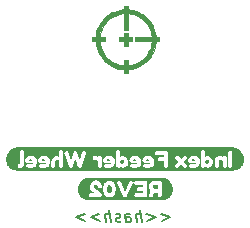
<source format=gbo>
G04 #@! TF.GenerationSoftware,KiCad,Pcbnew,(6.0.5)*
G04 #@! TF.CreationDate,2022-06-02T14:19:20-07:00*
G04 #@! TF.ProjectId,indexingWheel,696e6465-7869-46e6-9757-6865656c2e6b,rev?*
G04 #@! TF.SameCoordinates,Original*
G04 #@! TF.FileFunction,Legend,Bot*
G04 #@! TF.FilePolarity,Positive*
%FSLAX46Y46*%
G04 Gerber Fmt 4.6, Leading zero omitted, Abs format (unit mm)*
G04 Created by KiCad (PCBNEW (6.0.5)) date 2022-06-02 14:19:20*
%MOMM*%
%LPD*%
G01*
G04 APERTURE LIST*
%ADD10C,0.150000*%
%ADD11C,0.010000*%
G04 APERTURE END LIST*
D10*
X156142292Y-107187795D02*
X156939911Y-107473509D01*
X156213721Y-107759223D01*
X154904197Y-107187795D02*
X155701816Y-107473509D01*
X154975625Y-107759223D01*
X154511340Y-107854461D02*
X154386340Y-106854461D01*
X154082768Y-107854461D02*
X154017292Y-107330652D01*
X154053006Y-107235414D01*
X154142292Y-107187795D01*
X154285149Y-107187795D01*
X154386340Y-107235414D01*
X154439911Y-107283033D01*
X153178006Y-107854461D02*
X153112530Y-107330652D01*
X153148244Y-107235414D01*
X153237530Y-107187795D01*
X153428006Y-107187795D01*
X153529197Y-107235414D01*
X153172054Y-107806842D02*
X153273244Y-107854461D01*
X153511340Y-107854461D01*
X153600625Y-107806842D01*
X153636340Y-107711604D01*
X153624435Y-107616366D01*
X153564911Y-107521128D01*
X153463721Y-107473509D01*
X153225625Y-107473509D01*
X153124435Y-107425890D01*
X152743483Y-107806842D02*
X152654197Y-107854461D01*
X152463721Y-107854461D01*
X152362530Y-107806842D01*
X152303006Y-107711604D01*
X152297054Y-107663985D01*
X152332768Y-107568747D01*
X152422054Y-107521128D01*
X152564911Y-107521128D01*
X152654197Y-107473509D01*
X152689911Y-107378271D01*
X152683959Y-107330652D01*
X152624435Y-107235414D01*
X152523244Y-107187795D01*
X152380387Y-107187795D01*
X152291102Y-107235414D01*
X151892292Y-107854461D02*
X151767292Y-106854461D01*
X151463721Y-107854461D02*
X151398244Y-107330652D01*
X151433959Y-107235414D01*
X151523244Y-107187795D01*
X151666102Y-107187795D01*
X151767292Y-107235414D01*
X151820863Y-107283033D01*
X150904197Y-107187795D02*
X150178006Y-107473509D01*
X150975625Y-107759223D01*
X149666102Y-107187795D02*
X148939911Y-107473509D01*
X149737530Y-107759223D01*
G36*
X155989191Y-92581414D02*
G01*
X155696756Y-92581414D01*
X155687070Y-92675950D01*
X155670946Y-92801301D01*
X155616837Y-93058547D01*
X155534808Y-93312100D01*
X155424808Y-93562136D01*
X155407656Y-93596061D01*
X155332060Y-93734497D01*
X155253269Y-93858794D01*
X155166041Y-93976130D01*
X155065133Y-94093684D01*
X154945301Y-94218635D01*
X154916093Y-94247595D01*
X154793438Y-94362700D01*
X154676560Y-94460063D01*
X154558281Y-94544929D01*
X154431421Y-94622541D01*
X154288803Y-94698142D01*
X154168726Y-94754651D01*
X153917018Y-94851164D01*
X153661707Y-94919730D01*
X153402617Y-94960404D01*
X153308080Y-94970089D01*
X153308080Y-95262525D01*
X152983525Y-95262525D01*
X152983525Y-94970089D01*
X152888989Y-94960404D01*
X152763638Y-94944280D01*
X152506392Y-94890170D01*
X152252839Y-94808142D01*
X152002803Y-94698142D01*
X151968878Y-94680990D01*
X151830442Y-94605393D01*
X151706145Y-94526603D01*
X151588809Y-94439375D01*
X151471255Y-94338467D01*
X151346304Y-94218635D01*
X151317344Y-94189426D01*
X151202239Y-94066772D01*
X151104876Y-93949894D01*
X151020010Y-93831615D01*
X150942398Y-93704755D01*
X150866797Y-93562136D01*
X150804622Y-93429289D01*
X150711381Y-93183114D01*
X150645199Y-92933090D01*
X150605323Y-92676664D01*
X150595459Y-92581414D01*
X150933516Y-92581414D01*
X150943223Y-92676664D01*
X150968034Y-92843407D01*
X151023951Y-93063889D01*
X151104719Y-93281954D01*
X151208621Y-93493732D01*
X151333936Y-93695351D01*
X151478946Y-93882939D01*
X151497395Y-93904045D01*
X151655825Y-94062726D01*
X151834427Y-94206227D01*
X152029152Y-94332424D01*
X152235949Y-94439195D01*
X152450768Y-94524416D01*
X152669560Y-94585964D01*
X152888275Y-94621716D01*
X152983525Y-94631423D01*
X152983525Y-94133636D01*
X153308080Y-94133636D01*
X153308080Y-94627525D01*
X153360997Y-94625604D01*
X153371145Y-94625206D01*
X153401540Y-94623384D01*
X153432478Y-94619991D01*
X153470738Y-94614006D01*
X153523095Y-94604410D01*
X153596326Y-94590183D01*
X153665412Y-94575187D01*
X153879023Y-94511471D01*
X154089913Y-94423464D01*
X154293401Y-94313885D01*
X154484808Y-94185458D01*
X154659454Y-94040902D01*
X154812659Y-93882939D01*
X154924562Y-93741847D01*
X155054765Y-93543246D01*
X155163969Y-93333556D01*
X155250452Y-93116648D01*
X155312497Y-92896394D01*
X155348382Y-92676664D01*
X155358089Y-92581414D01*
X153943080Y-92581414D01*
X153943080Y-92256859D01*
X155358089Y-92256859D01*
X155348382Y-92161609D01*
X155323571Y-91994865D01*
X155267654Y-91774384D01*
X155186886Y-91556319D01*
X155082984Y-91344541D01*
X154957669Y-91142922D01*
X154812659Y-90955334D01*
X154794210Y-90934228D01*
X154635780Y-90775547D01*
X154457178Y-90632046D01*
X154262453Y-90505848D01*
X154055656Y-90399078D01*
X153840837Y-90313857D01*
X153622045Y-90252309D01*
X153403330Y-90216557D01*
X153308080Y-90206850D01*
X153308080Y-91621859D01*
X152983525Y-91621859D01*
X152983525Y-90206850D01*
X152888275Y-90216557D01*
X152860676Y-90219590D01*
X152641727Y-90258732D01*
X152423215Y-90323400D01*
X152209189Y-90411472D01*
X152003699Y-90520824D01*
X151810795Y-90649334D01*
X151634527Y-90794878D01*
X151478946Y-90955334D01*
X151367044Y-91096426D01*
X151236840Y-91295027D01*
X151127636Y-91504717D01*
X151041153Y-91721625D01*
X150979109Y-91941879D01*
X150943223Y-92161609D01*
X150933516Y-92256859D01*
X151431303Y-92256859D01*
X151431303Y-92581414D01*
X150933516Y-92581414D01*
X150595459Y-92581414D01*
X150302414Y-92581414D01*
X150302414Y-92256859D01*
X150594850Y-92256859D01*
X150604535Y-92162322D01*
X150620659Y-92036972D01*
X150674769Y-91779725D01*
X150756797Y-91526173D01*
X150866797Y-91276136D01*
X150883949Y-91242211D01*
X150959546Y-91103775D01*
X151038336Y-90979479D01*
X151125564Y-90862143D01*
X151226472Y-90744589D01*
X151346304Y-90619638D01*
X151375513Y-90590678D01*
X151498167Y-90475573D01*
X151615045Y-90378210D01*
X151733324Y-90293343D01*
X151860184Y-90215732D01*
X152002803Y-90140131D01*
X152122879Y-90083621D01*
X152374588Y-89987109D01*
X152629898Y-89918542D01*
X152888989Y-89877869D01*
X152983525Y-89868183D01*
X152983525Y-89575748D01*
X153308080Y-89575748D01*
X153308080Y-89868183D01*
X153402617Y-89877869D01*
X153527967Y-89893993D01*
X153785214Y-89948102D01*
X154038766Y-90030131D01*
X154288803Y-90140131D01*
X154322728Y-90157283D01*
X154461164Y-90232879D01*
X154585460Y-90311670D01*
X154702796Y-90398898D01*
X154820350Y-90499806D01*
X154945301Y-90619638D01*
X154974261Y-90648846D01*
X155089366Y-90771501D01*
X155186729Y-90888379D01*
X155271596Y-91006658D01*
X155349207Y-91133518D01*
X155424808Y-91276136D01*
X155481318Y-91396213D01*
X155577830Y-91647921D01*
X155646397Y-91903232D01*
X155687070Y-92162322D01*
X155696756Y-92256859D01*
X155989191Y-92256859D01*
X155989191Y-92581414D01*
G37*
D11*
X155989191Y-92581414D02*
X155696756Y-92581414D01*
X155687070Y-92675950D01*
X155670946Y-92801301D01*
X155616837Y-93058547D01*
X155534808Y-93312100D01*
X155424808Y-93562136D01*
X155407656Y-93596061D01*
X155332060Y-93734497D01*
X155253269Y-93858794D01*
X155166041Y-93976130D01*
X155065133Y-94093684D01*
X154945301Y-94218635D01*
X154916093Y-94247595D01*
X154793438Y-94362700D01*
X154676560Y-94460063D01*
X154558281Y-94544929D01*
X154431421Y-94622541D01*
X154288803Y-94698142D01*
X154168726Y-94754651D01*
X153917018Y-94851164D01*
X153661707Y-94919730D01*
X153402617Y-94960404D01*
X153308080Y-94970089D01*
X153308080Y-95262525D01*
X152983525Y-95262525D01*
X152983525Y-94970089D01*
X152888989Y-94960404D01*
X152763638Y-94944280D01*
X152506392Y-94890170D01*
X152252839Y-94808142D01*
X152002803Y-94698142D01*
X151968878Y-94680990D01*
X151830442Y-94605393D01*
X151706145Y-94526603D01*
X151588809Y-94439375D01*
X151471255Y-94338467D01*
X151346304Y-94218635D01*
X151317344Y-94189426D01*
X151202239Y-94066772D01*
X151104876Y-93949894D01*
X151020010Y-93831615D01*
X150942398Y-93704755D01*
X150866797Y-93562136D01*
X150804622Y-93429289D01*
X150711381Y-93183114D01*
X150645199Y-92933090D01*
X150605323Y-92676664D01*
X150595459Y-92581414D01*
X150933516Y-92581414D01*
X150943223Y-92676664D01*
X150968034Y-92843407D01*
X151023951Y-93063889D01*
X151104719Y-93281954D01*
X151208621Y-93493732D01*
X151333936Y-93695351D01*
X151478946Y-93882939D01*
X151497395Y-93904045D01*
X151655825Y-94062726D01*
X151834427Y-94206227D01*
X152029152Y-94332424D01*
X152235949Y-94439195D01*
X152450768Y-94524416D01*
X152669560Y-94585964D01*
X152888275Y-94621716D01*
X152983525Y-94631423D01*
X152983525Y-94133636D01*
X153308080Y-94133636D01*
X153308080Y-94627525D01*
X153360997Y-94625604D01*
X153371145Y-94625206D01*
X153401540Y-94623384D01*
X153432478Y-94619991D01*
X153470738Y-94614006D01*
X153523095Y-94604410D01*
X153596326Y-94590183D01*
X153665412Y-94575187D01*
X153879023Y-94511471D01*
X154089913Y-94423464D01*
X154293401Y-94313885D01*
X154484808Y-94185458D01*
X154659454Y-94040902D01*
X154812659Y-93882939D01*
X154924562Y-93741847D01*
X155054765Y-93543246D01*
X155163969Y-93333556D01*
X155250452Y-93116648D01*
X155312497Y-92896394D01*
X155348382Y-92676664D01*
X155358089Y-92581414D01*
X153943080Y-92581414D01*
X153943080Y-92256859D01*
X155358089Y-92256859D01*
X155348382Y-92161609D01*
X155323571Y-91994865D01*
X155267654Y-91774384D01*
X155186886Y-91556319D01*
X155082984Y-91344541D01*
X154957669Y-91142922D01*
X154812659Y-90955334D01*
X154794210Y-90934228D01*
X154635780Y-90775547D01*
X154457178Y-90632046D01*
X154262453Y-90505848D01*
X154055656Y-90399078D01*
X153840837Y-90313857D01*
X153622045Y-90252309D01*
X153403330Y-90216557D01*
X153308080Y-90206850D01*
X153308080Y-91621859D01*
X152983525Y-91621859D01*
X152983525Y-90206850D01*
X152888275Y-90216557D01*
X152860676Y-90219590D01*
X152641727Y-90258732D01*
X152423215Y-90323400D01*
X152209189Y-90411472D01*
X152003699Y-90520824D01*
X151810795Y-90649334D01*
X151634527Y-90794878D01*
X151478946Y-90955334D01*
X151367044Y-91096426D01*
X151236840Y-91295027D01*
X151127636Y-91504717D01*
X151041153Y-91721625D01*
X150979109Y-91941879D01*
X150943223Y-92161609D01*
X150933516Y-92256859D01*
X151431303Y-92256859D01*
X151431303Y-92581414D01*
X150933516Y-92581414D01*
X150595459Y-92581414D01*
X150302414Y-92581414D01*
X150302414Y-92256859D01*
X150594850Y-92256859D01*
X150604535Y-92162322D01*
X150620659Y-92036972D01*
X150674769Y-91779725D01*
X150756797Y-91526173D01*
X150866797Y-91276136D01*
X150883949Y-91242211D01*
X150959546Y-91103775D01*
X151038336Y-90979479D01*
X151125564Y-90862143D01*
X151226472Y-90744589D01*
X151346304Y-90619638D01*
X151375513Y-90590678D01*
X151498167Y-90475573D01*
X151615045Y-90378210D01*
X151733324Y-90293343D01*
X151860184Y-90215732D01*
X152002803Y-90140131D01*
X152122879Y-90083621D01*
X152374588Y-89987109D01*
X152629898Y-89918542D01*
X152888989Y-89877869D01*
X152983525Y-89868183D01*
X152983525Y-89575748D01*
X153308080Y-89575748D01*
X153308080Y-89868183D01*
X153402617Y-89877869D01*
X153527967Y-89893993D01*
X153785214Y-89948102D01*
X154038766Y-90030131D01*
X154288803Y-90140131D01*
X154322728Y-90157283D01*
X154461164Y-90232879D01*
X154585460Y-90311670D01*
X154702796Y-90398898D01*
X154820350Y-90499806D01*
X154945301Y-90619638D01*
X154974261Y-90648846D01*
X155089366Y-90771501D01*
X155186729Y-90888379D01*
X155271596Y-91006658D01*
X155349207Y-91133518D01*
X155424808Y-91276136D01*
X155481318Y-91396213D01*
X155577830Y-91647921D01*
X155646397Y-91903232D01*
X155687070Y-92162322D01*
X155696756Y-92256859D01*
X155989191Y-92256859D01*
X155989191Y-92581414D01*
G36*
X153311187Y-92069886D02*
G01*
X153315136Y-92249803D01*
X153495053Y-92253752D01*
X153674969Y-92257702D01*
X153674969Y-92580571D01*
X153495053Y-92584520D01*
X153315136Y-92588470D01*
X153311187Y-92768386D01*
X153307237Y-92948303D01*
X152984368Y-92948303D01*
X152980419Y-92768386D01*
X152976469Y-92588470D01*
X152796553Y-92584520D01*
X152616636Y-92580571D01*
X152616636Y-92257702D01*
X152796553Y-92253752D01*
X152976469Y-92249803D01*
X152980419Y-92069886D01*
X152984368Y-91889970D01*
X153307237Y-91889970D01*
X153311187Y-92069886D01*
G37*
X153311187Y-92069886D02*
X153315136Y-92249803D01*
X153495053Y-92253752D01*
X153674969Y-92257702D01*
X153674969Y-92580571D01*
X153495053Y-92584520D01*
X153315136Y-92588470D01*
X153311187Y-92768386D01*
X153307237Y-92948303D01*
X152984368Y-92948303D01*
X152980419Y-92768386D01*
X152976469Y-92588470D01*
X152796553Y-92584520D01*
X152616636Y-92580571D01*
X152616636Y-92257702D01*
X152796553Y-92253752D01*
X152976469Y-92249803D01*
X152980419Y-92069886D01*
X152984368Y-91889970D01*
X153307237Y-91889970D01*
X153311187Y-92069886D01*
G36*
X151820318Y-102604469D02*
G01*
X151881278Y-102712101D01*
X151641248Y-102712101D01*
X151568858Y-102651141D01*
X151602195Y-102580656D01*
X151697445Y-102553986D01*
X151820318Y-102604469D01*
G37*
G36*
X162276776Y-101568147D02*
G01*
X162372751Y-101582383D01*
X162466870Y-101605959D01*
X162558224Y-101638646D01*
X162645934Y-101680130D01*
X162729156Y-101730011D01*
X162807088Y-101787809D01*
X162878980Y-101852968D01*
X162944138Y-101924860D01*
X163001936Y-102002791D01*
X163051818Y-102086013D01*
X163093302Y-102173724D01*
X163125989Y-102265078D01*
X163149564Y-102359196D01*
X163163801Y-102455172D01*
X163168562Y-102552081D01*
X163163801Y-102648990D01*
X163149564Y-102744966D01*
X163125989Y-102839084D01*
X163093302Y-102930438D01*
X163051818Y-103018149D01*
X163001936Y-103101371D01*
X162944138Y-103179302D01*
X162878980Y-103251194D01*
X162807088Y-103316353D01*
X162729156Y-103374151D01*
X162645934Y-103424032D01*
X162558224Y-103465516D01*
X162466870Y-103498203D01*
X162372751Y-103521779D01*
X162276776Y-103536015D01*
X162179867Y-103540776D01*
X144005849Y-103540776D01*
X143908940Y-103536015D01*
X143812964Y-103521778D01*
X143718846Y-103498203D01*
X143627492Y-103465516D01*
X143539782Y-103424032D01*
X143456560Y-103374151D01*
X143378628Y-103316352D01*
X143306736Y-103251194D01*
X143241578Y-103179302D01*
X143191775Y-103112151D01*
X144006008Y-103112151D01*
X144015533Y-103208830D01*
X144044108Y-103258836D01*
X144127928Y-103278839D01*
X144280328Y-103270266D01*
X144401295Y-103236452D01*
X144470828Y-103173111D01*
X144510833Y-103052143D01*
X144524168Y-102875931D01*
X144524168Y-102655904D01*
X144647993Y-102655904D01*
X144662519Y-102757821D01*
X144706095Y-102829259D01*
X144834683Y-102885456D01*
X145286168Y-102885456D01*
X145223303Y-102974991D01*
X145097573Y-103011186D01*
X144998989Y-103005471D01*
X144924218Y-102988326D01*
X144903263Y-102980706D01*
X144827063Y-102959751D01*
X144722288Y-103045476D01*
X144697523Y-103133106D01*
X144722883Y-103207282D01*
X144798964Y-103260265D01*
X144925766Y-103292054D01*
X145103288Y-103302651D01*
X145236400Y-103290507D01*
X145353795Y-103254074D01*
X145451189Y-103197638D01*
X145524293Y-103125486D01*
X145590968Y-103018594D01*
X145630973Y-102903659D01*
X145644308Y-102780681D01*
X145629894Y-102655904D01*
X145739558Y-102655904D01*
X145754084Y-102757821D01*
X145797660Y-102829259D01*
X145926248Y-102885456D01*
X146377733Y-102885456D01*
X146314868Y-102974991D01*
X146189138Y-103011186D01*
X146090554Y-103005471D01*
X146015783Y-102988326D01*
X145994828Y-102980706D01*
X145918628Y-102959751D01*
X145813853Y-103045476D01*
X145789088Y-103133106D01*
X145814448Y-103207282D01*
X145890529Y-103260265D01*
X146017331Y-103292054D01*
X146194853Y-103302651D01*
X146327965Y-103290507D01*
X146445360Y-103254074D01*
X146542754Y-103197638D01*
X146615858Y-103125486D01*
X146624176Y-103112151D01*
X146859698Y-103112151D01*
X146862555Y-103177874D01*
X146880653Y-103228356D01*
X146929707Y-103265504D01*
X147027338Y-103277886D01*
X147121635Y-103265504D01*
X147172118Y-103228356D01*
X147190215Y-103176921D01*
X147193073Y-103108341D01*
X147193073Y-102774966D01*
X147236888Y-102653046D01*
X147348330Y-102609231D01*
X147467393Y-102650189D01*
X147526448Y-102742581D01*
X147526448Y-103112151D01*
X147529305Y-103177874D01*
X147547403Y-103228356D01*
X147596457Y-103265504D01*
X147694088Y-103277886D01*
X147790767Y-103265027D01*
X147840773Y-103226451D01*
X147856965Y-103176921D01*
X147859823Y-103110246D01*
X147859823Y-102011061D01*
X147964598Y-102011061D01*
X147987458Y-102104406D01*
X148353218Y-103161681D01*
X148366553Y-103194066D01*
X148417035Y-103244549D01*
X148514190Y-103275981D01*
X148611345Y-103244549D01*
X148665638Y-103182636D01*
X148888523Y-102525411D01*
X148964799Y-102750811D01*
X149024464Y-102927137D01*
X149067517Y-103054391D01*
X149093958Y-103132573D01*
X149103788Y-103161681D01*
X149120933Y-103194066D01*
X149151413Y-103232166D01*
X149256188Y-103275981D01*
X149356200Y-103247406D01*
X149408588Y-103190256D01*
X149421923Y-103161681D01*
X149682270Y-102413016D01*
X150349658Y-102413016D01*
X150385853Y-102546366D01*
X150490628Y-102618756D01*
X150556350Y-102603516D01*
X150639218Y-102588276D01*
X150735420Y-102624471D01*
X150780188Y-102712101D01*
X150780188Y-103112151D01*
X150783045Y-103177874D01*
X150801143Y-103228356D01*
X150852578Y-103265504D01*
X150949733Y-103277886D01*
X151081178Y-103245501D01*
X151115468Y-103163586D01*
X151115468Y-102655904D01*
X151239293Y-102655904D01*
X151253819Y-102757821D01*
X151297395Y-102829259D01*
X151425983Y-102885456D01*
X151877468Y-102885456D01*
X151814603Y-102974991D01*
X151688873Y-103011186D01*
X151590289Y-103005471D01*
X151515518Y-102988326D01*
X151494563Y-102980706D01*
X151418363Y-102959751D01*
X151313588Y-103045476D01*
X151288823Y-103133106D01*
X151314183Y-103207282D01*
X151390264Y-103260265D01*
X151517066Y-103292054D01*
X151694588Y-103302651D01*
X151827700Y-103290507D01*
X151945095Y-103254074D01*
X152042489Y-103197638D01*
X152115593Y-103125486D01*
X152182268Y-103018594D01*
X152222273Y-102903659D01*
X152235608Y-102780681D01*
X152218357Y-102631350D01*
X152166605Y-102503398D01*
X152080350Y-102396823D01*
X151968273Y-102316919D01*
X151839050Y-102268977D01*
X151692683Y-102252996D01*
X151569096Y-102264664D01*
X151463130Y-102299669D01*
X151374786Y-102358009D01*
X151304063Y-102439686D01*
X151255485Y-102543270D01*
X151239293Y-102655904D01*
X151115468Y-102655904D01*
X151115468Y-102439686D01*
X151112610Y-102373963D01*
X151096418Y-102325386D01*
X151045935Y-102286810D01*
X150947828Y-102273951D01*
X150854959Y-102284905D01*
X150804953Y-102317766D01*
X150783998Y-102380631D01*
X150756375Y-102348246D01*
X150679223Y-102296811D01*
X150575400Y-102264426D01*
X150500153Y-102269188D01*
X150433478Y-102285381D01*
X150373470Y-102324433D01*
X150349658Y-102413016D01*
X149682270Y-102413016D01*
X149789588Y-102104406D01*
X149810543Y-102011061D01*
X149792692Y-101972961D01*
X152359433Y-101972961D01*
X152359433Y-103110246D01*
X152362290Y-103175969D01*
X152380388Y-103224546D01*
X152434919Y-103263122D01*
X152541360Y-103275981D01*
X152644469Y-103252645D01*
X152688998Y-103182636D01*
X152784724Y-103251216D01*
X152911883Y-103274076D01*
X153022796Y-103257460D01*
X153126936Y-103207613D01*
X153224303Y-103124534D01*
X153302620Y-103019335D01*
X153349610Y-102903130D01*
X153365273Y-102775919D01*
X153350409Y-102655904D01*
X153470048Y-102655904D01*
X153484574Y-102757821D01*
X153528150Y-102829259D01*
X153656738Y-102885456D01*
X154108223Y-102885456D01*
X154045358Y-102974991D01*
X153919628Y-103011186D01*
X153821044Y-103005471D01*
X153746273Y-102988326D01*
X153725318Y-102980706D01*
X153649118Y-102959751D01*
X153544343Y-103045476D01*
X153519578Y-103133106D01*
X153544938Y-103207282D01*
X153621019Y-103260265D01*
X153747821Y-103292054D01*
X153925343Y-103302651D01*
X154058455Y-103290507D01*
X154175850Y-103254074D01*
X154273244Y-103197638D01*
X154346348Y-103125486D01*
X154413023Y-103018594D01*
X154453028Y-102903659D01*
X154466363Y-102780681D01*
X154451949Y-102655904D01*
X154561613Y-102655904D01*
X154576139Y-102757821D01*
X154619715Y-102829259D01*
X154748303Y-102885456D01*
X155199788Y-102885456D01*
X155136923Y-102974991D01*
X155011193Y-103011186D01*
X154912609Y-103005471D01*
X154837838Y-102988326D01*
X154816883Y-102980706D01*
X154740683Y-102959751D01*
X154635908Y-103045476D01*
X154611143Y-103133106D01*
X154636503Y-103207282D01*
X154712584Y-103260265D01*
X154839386Y-103292054D01*
X155016908Y-103302651D01*
X155150020Y-103290507D01*
X155267415Y-103254074D01*
X155364809Y-103197638D01*
X155437913Y-103125486D01*
X155504588Y-103018594D01*
X155544593Y-102903659D01*
X155557928Y-102780681D01*
X155540677Y-102631350D01*
X155488925Y-102503398D01*
X155402670Y-102396823D01*
X155290593Y-102316919D01*
X155161370Y-102268977D01*
X155015003Y-102252996D01*
X154891416Y-102264664D01*
X154785450Y-102299669D01*
X154697106Y-102358009D01*
X154626383Y-102439686D01*
X154577805Y-102543270D01*
X154561613Y-102655904D01*
X154451949Y-102655904D01*
X154449112Y-102631350D01*
X154397360Y-102503398D01*
X154311105Y-102396823D01*
X154199028Y-102316919D01*
X154069805Y-102268977D01*
X153923438Y-102252996D01*
X153799851Y-102264664D01*
X153693885Y-102299669D01*
X153605541Y-102358009D01*
X153534818Y-102439686D01*
X153486240Y-102543270D01*
X153470048Y-102655904D01*
X153350409Y-102655904D01*
X153349504Y-102648601D01*
X153302196Y-102532078D01*
X153223350Y-102426351D01*
X153125666Y-102342743D01*
X153021844Y-102292578D01*
X152911883Y-102275856D01*
X152786629Y-102299669D01*
X152692808Y-102371106D01*
X152692808Y-102051066D01*
X155653178Y-102051066D01*
X155664608Y-102148221D01*
X155704613Y-102198703D01*
X155755095Y-102215848D01*
X155822723Y-102218706D01*
X156405653Y-102218706D01*
X156405653Y-102411111D01*
X156030368Y-102411111D01*
X155962740Y-102413968D01*
X155912258Y-102432066D01*
X155875110Y-102483977D01*
X155862728Y-102582561D01*
X155880825Y-102688765D01*
X155935118Y-102740676D01*
X156032273Y-102750201D01*
X156405653Y-102750201D01*
X156405653Y-103110246D01*
X156408510Y-103176921D01*
X156426608Y-103226451D01*
X156477090Y-103265027D01*
X156575198Y-103277886D01*
X156680925Y-103259789D01*
X156731408Y-103205496D01*
X156742838Y-103108341D01*
X156742838Y-103105484D01*
X157329578Y-103105484D01*
X157398158Y-103221689D01*
X157514363Y-103289316D01*
X157630568Y-103220736D01*
X157840118Y-103009281D01*
X158051573Y-103220736D01*
X158166825Y-103289316D01*
X158283030Y-103221689D01*
X158352563Y-103105484D01*
X158283983Y-102988326D01*
X158072528Y-102774966D01*
X158190527Y-102655904D01*
X158428763Y-102655904D01*
X158443289Y-102757821D01*
X158486865Y-102829259D01*
X158615453Y-102885456D01*
X159066938Y-102885456D01*
X159004073Y-102974991D01*
X158878343Y-103011186D01*
X158779759Y-103005471D01*
X158704988Y-102988326D01*
X158684033Y-102980706D01*
X158607833Y-102959751D01*
X158503058Y-103045476D01*
X158478293Y-103133106D01*
X158503653Y-103207282D01*
X158579734Y-103260265D01*
X158706536Y-103292054D01*
X158884058Y-103302651D01*
X159017170Y-103290507D01*
X159134565Y-103254074D01*
X159231959Y-103197638D01*
X159305063Y-103125486D01*
X159314569Y-103110246D01*
X159548903Y-103110246D01*
X159551760Y-103175969D01*
X159569858Y-103224546D01*
X159624389Y-103263122D01*
X159730830Y-103275981D01*
X159833939Y-103252645D01*
X159878468Y-103182636D01*
X159974194Y-103251216D01*
X160101353Y-103274076D01*
X160212266Y-103257460D01*
X160316406Y-103207613D01*
X160413773Y-103124534D01*
X160424410Y-103110246D01*
X160688093Y-103110246D01*
X160690950Y-103175969D01*
X160707143Y-103224546D01*
X160757625Y-103263122D01*
X160855733Y-103275981D01*
X160962413Y-103258360D01*
X161011943Y-103205496D01*
X161023373Y-103108341D01*
X161023373Y-102773061D01*
X161068140Y-102651141D01*
X161188155Y-102607326D01*
X161310075Y-102653046D01*
X161356748Y-102773061D01*
X161356748Y-103110246D01*
X161359605Y-103175969D01*
X161377703Y-103224546D01*
X161426757Y-103263122D01*
X161524388Y-103275981D01*
X161621067Y-103263122D01*
X161671073Y-103224546D01*
X161687265Y-103174064D01*
X161690040Y-103110246D01*
X161842523Y-103110246D01*
X161845380Y-103176921D01*
X161863478Y-103226451D01*
X161913960Y-103265027D01*
X162012068Y-103277886D01*
X162117795Y-103259789D01*
X162168278Y-103205496D01*
X162179708Y-103108341D01*
X162179708Y-102049161D01*
X162176850Y-101983438D01*
X162158753Y-101932956D01*
X162108270Y-101894380D01*
X162010163Y-101881521D01*
X161903959Y-101899142D01*
X161852048Y-101952006D01*
X161842523Y-102051066D01*
X161842523Y-103110246D01*
X161690040Y-103110246D01*
X161690123Y-103108341D01*
X161690123Y-102433971D01*
X161687265Y-102370153D01*
X161669168Y-102321576D01*
X161619162Y-102285857D01*
X161522483Y-102273951D01*
X161428662Y-102284905D01*
X161379608Y-102317766D01*
X161360558Y-102395871D01*
X161326268Y-102357771D01*
X161274833Y-102317766D01*
X161131958Y-102273951D01*
X161012049Y-102290143D01*
X160906321Y-102338721D01*
X160814775Y-102419683D01*
X160744396Y-102523929D01*
X160702169Y-102642357D01*
X160688093Y-102774966D01*
X160688093Y-103110246D01*
X160424410Y-103110246D01*
X160492090Y-103019335D01*
X160539080Y-102903130D01*
X160554743Y-102775919D01*
X160538974Y-102648601D01*
X160491666Y-102532078D01*
X160412820Y-102426351D01*
X160315136Y-102342743D01*
X160211314Y-102292578D01*
X160101353Y-102275856D01*
X159976099Y-102299669D01*
X159882278Y-102371106D01*
X159882278Y-101971056D01*
X159879420Y-101905333D01*
X159862275Y-101855803D01*
X159811793Y-101816751D01*
X159715590Y-101805321D01*
X159619388Y-101816751D01*
X159568905Y-101856756D01*
X159551760Y-101907238D01*
X159548903Y-101972961D01*
X159548903Y-103110246D01*
X159314569Y-103110246D01*
X159371738Y-103018594D01*
X159411743Y-102903659D01*
X159425078Y-102780681D01*
X159407827Y-102631350D01*
X159356075Y-102503398D01*
X159269820Y-102396823D01*
X159157743Y-102316919D01*
X159028520Y-102268977D01*
X158882153Y-102252996D01*
X158758566Y-102264664D01*
X158652600Y-102299669D01*
X158564256Y-102358009D01*
X158493533Y-102439686D01*
X158444955Y-102543270D01*
X158428763Y-102655904D01*
X158190527Y-102655904D01*
X158283983Y-102561606D01*
X158352563Y-102444448D01*
X158283030Y-102327291D01*
X158166825Y-102258711D01*
X158051573Y-102327291D01*
X157840118Y-102540651D01*
X157630568Y-102327291D01*
X157514363Y-102258711D01*
X157398158Y-102327291D01*
X157329578Y-102444448D01*
X157398158Y-102561606D01*
X157609613Y-102774966D01*
X157398158Y-102988326D01*
X157329578Y-103105484D01*
X156742838Y-103105484D01*
X156742838Y-102049161D01*
X156706643Y-101916763D01*
X156569483Y-101881521D01*
X155818913Y-101881521D01*
X155753190Y-101884378D01*
X155703660Y-101902476D01*
X155664608Y-101953911D01*
X155653178Y-102051066D01*
X152692808Y-102051066D01*
X152692808Y-101971056D01*
X152689950Y-101905333D01*
X152672805Y-101855803D01*
X152622323Y-101816751D01*
X152526120Y-101805321D01*
X152429918Y-101816751D01*
X152379435Y-101856756D01*
X152362290Y-101907238D01*
X152359433Y-101972961D01*
X149792692Y-101972961D01*
X149778634Y-101942957D01*
X149682908Y-101891046D01*
X149582895Y-101871996D01*
X149514315Y-101902476D01*
X149471453Y-101995821D01*
X149261903Y-102632091D01*
X149054258Y-102005346D01*
X149016634Y-101937718D01*
X148957103Y-101894856D01*
X148878045Y-101881521D01*
X148787558Y-101912953D01*
X148734218Y-101974866D01*
X148515143Y-102635901D01*
X148305593Y-101995821D01*
X148280828Y-101931051D01*
X148245585Y-101890093D01*
X148181768Y-101870091D01*
X148092233Y-101889141D01*
X147996507Y-101942481D01*
X147964598Y-102011061D01*
X147859823Y-102011061D01*
X147859823Y-101971056D01*
X147856965Y-101905333D01*
X147840773Y-101856756D01*
X147790290Y-101818180D01*
X147692183Y-101805321D01*
X147595980Y-101818180D01*
X147547403Y-101856756D01*
X147529305Y-101907238D01*
X147526448Y-101972961D01*
X147526448Y-102393966D01*
X147423102Y-102306812D01*
X147303563Y-102277761D01*
X147183654Y-102293848D01*
X147077926Y-102342108D01*
X146986380Y-102422541D01*
X146916001Y-102526258D01*
X146873774Y-102644368D01*
X146859698Y-102776871D01*
X146859698Y-103112151D01*
X146624176Y-103112151D01*
X146682533Y-103018594D01*
X146722538Y-102903659D01*
X146735873Y-102780681D01*
X146718622Y-102631350D01*
X146666870Y-102503398D01*
X146580615Y-102396823D01*
X146468538Y-102316919D01*
X146339315Y-102268977D01*
X146192948Y-102252996D01*
X146069361Y-102264664D01*
X145963395Y-102299669D01*
X145875051Y-102358009D01*
X145804328Y-102439686D01*
X145755750Y-102543270D01*
X145739558Y-102655904D01*
X145629894Y-102655904D01*
X145627057Y-102631350D01*
X145575305Y-102503398D01*
X145489050Y-102396823D01*
X145376973Y-102316919D01*
X145247750Y-102268977D01*
X145101383Y-102252996D01*
X144977796Y-102264664D01*
X144871830Y-102299669D01*
X144783486Y-102358009D01*
X144712763Y-102439686D01*
X144664185Y-102543270D01*
X144647993Y-102655904D01*
X144524168Y-102655904D01*
X144524168Y-101969151D01*
X144521310Y-101903428D01*
X144505118Y-101852946D01*
X144454635Y-101814370D01*
X144356528Y-101801511D01*
X144262230Y-101814370D01*
X144211748Y-101852946D01*
X144193650Y-101904381D01*
X144190793Y-101971056D01*
X144190793Y-102853071D01*
X144179363Y-102939749D01*
X144128880Y-102957846D01*
X144076493Y-102960704D01*
X144044108Y-102976896D01*
X144006008Y-103112151D01*
X143191775Y-103112151D01*
X143183779Y-103101370D01*
X143133898Y-103018149D01*
X143092414Y-102930438D01*
X143059727Y-102839084D01*
X143036152Y-102744966D01*
X143021915Y-102648990D01*
X143017154Y-102552081D01*
X143021915Y-102455172D01*
X143036152Y-102359196D01*
X143059727Y-102265078D01*
X143092414Y-102173724D01*
X143133898Y-102086013D01*
X143183779Y-102002792D01*
X143241578Y-101924860D01*
X143306736Y-101852968D01*
X143378628Y-101787810D01*
X143456560Y-101730011D01*
X143539782Y-101680130D01*
X143627492Y-101638646D01*
X143718846Y-101605959D01*
X143812964Y-101582384D01*
X143908940Y-101568147D01*
X144005849Y-101563386D01*
X162179867Y-101563386D01*
X162276776Y-101568147D01*
G37*
G36*
X152986178Y-102661619D02*
G01*
X153031898Y-102776871D01*
X152982368Y-102891171D01*
X152862353Y-102942606D01*
X152745195Y-102891171D01*
X152698523Y-102777824D01*
X152743290Y-102662571D01*
X152864258Y-102609231D01*
X152986178Y-102661619D01*
G37*
G36*
X145229018Y-102604469D02*
G01*
X145289978Y-102712101D01*
X145049948Y-102712101D01*
X144977558Y-102651141D01*
X145010895Y-102580656D01*
X145106145Y-102553986D01*
X145229018Y-102604469D01*
G37*
G36*
X146320583Y-102604469D02*
G01*
X146381543Y-102712101D01*
X146141513Y-102712101D01*
X146069123Y-102651141D01*
X146102460Y-102580656D01*
X146197710Y-102553986D01*
X146320583Y-102604469D01*
G37*
G36*
X159009788Y-102604469D02*
G01*
X159070748Y-102712101D01*
X158830718Y-102712101D01*
X158758328Y-102651141D01*
X158791665Y-102580656D01*
X158886915Y-102553986D01*
X159009788Y-102604469D01*
G37*
G36*
X154051073Y-102604469D02*
G01*
X154112033Y-102712101D01*
X153872003Y-102712101D01*
X153799613Y-102651141D01*
X153832950Y-102580656D01*
X153928200Y-102553986D01*
X154051073Y-102604469D01*
G37*
G36*
X160175648Y-102661619D02*
G01*
X160221368Y-102776871D01*
X160171838Y-102891171D01*
X160051823Y-102942606D01*
X159934665Y-102891171D01*
X159887993Y-102777824D01*
X159932760Y-102662571D01*
X160053728Y-102609231D01*
X160175648Y-102661619D01*
G37*
G36*
X155142638Y-102604469D02*
G01*
X155203598Y-102712101D01*
X154963568Y-102712101D01*
X154891178Y-102651141D01*
X154924515Y-102580656D01*
X155019765Y-102553986D01*
X155142638Y-102604469D01*
G37*
G36*
X156278460Y-104126584D02*
G01*
X156371662Y-104140409D01*
X156463060Y-104163303D01*
X156551774Y-104195046D01*
X156636949Y-104235331D01*
X156717766Y-104283770D01*
X156793445Y-104339898D01*
X156863259Y-104403174D01*
X156926535Y-104472987D01*
X156982662Y-104548667D01*
X157031102Y-104629484D01*
X157071387Y-104714659D01*
X157103129Y-104803373D01*
X157126023Y-104894771D01*
X157139849Y-104987973D01*
X157144472Y-105082081D01*
X157139849Y-105176189D01*
X157126023Y-105269391D01*
X157103129Y-105360789D01*
X157071387Y-105449503D01*
X157031102Y-105534678D01*
X156982662Y-105615495D01*
X156926535Y-105691175D01*
X156863259Y-105760988D01*
X156793445Y-105824264D01*
X156717766Y-105880392D01*
X156636949Y-105928831D01*
X156551774Y-105969116D01*
X156463060Y-106000859D01*
X156371662Y-106023753D01*
X156278460Y-106037578D01*
X156184352Y-106042201D01*
X150061364Y-106042201D01*
X149967256Y-106037578D01*
X149874054Y-106023753D01*
X149782656Y-106000859D01*
X149693942Y-105969116D01*
X149608767Y-105928831D01*
X149527950Y-105880392D01*
X149452271Y-105824264D01*
X149382457Y-105760988D01*
X149319181Y-105691175D01*
X149263054Y-105615495D01*
X149261333Y-105612624D01*
X150061523Y-105612624D01*
X150073906Y-105708826D01*
X150114863Y-105758356D01*
X150232973Y-105781216D01*
X150977828Y-105781216D01*
X151095938Y-105729781D01*
X151145468Y-105609766D01*
X151127609Y-105510944D01*
X151074031Y-105420219D01*
X150995211Y-105339732D01*
X150901628Y-105271629D01*
X150800663Y-105210192D01*
X150699698Y-105149709D01*
X150606115Y-105085653D01*
X150602213Y-105082081D01*
X151240718Y-105082081D01*
X151250005Y-105245554D01*
X151277866Y-105391167D01*
X151324300Y-105518921D01*
X151389308Y-105628816D01*
X151455269Y-105698349D01*
X151542661Y-105754546D01*
X151648626Y-105791694D01*
X151770308Y-105804076D01*
X151892466Y-105791455D01*
X151999861Y-105753594D01*
X152088919Y-105697158D01*
X152156071Y-105628816D01*
X152207267Y-105547377D01*
X152248463Y-105451651D01*
X152279155Y-105337563D01*
X152297570Y-105213738D01*
X152303708Y-105080176D01*
X152298734Y-104959314D01*
X152283811Y-104850729D01*
X152258941Y-104754421D01*
X152211554Y-104633692D01*
X152158928Y-104542013D01*
X152141985Y-104523916D01*
X152379908Y-104523916D01*
X152408483Y-104615356D01*
X152934263Y-105682156D01*
X152998081Y-105749784D01*
X153086663Y-105775501D01*
X153105713Y-105775501D01*
X153196201Y-105749784D01*
X153260018Y-105682156D01*
X153295696Y-105609766D01*
X153890573Y-105609766D01*
X153908194Y-105715494D01*
X153961058Y-105765976D01*
X154060118Y-105777406D01*
X154814498Y-105777406D01*
X154920226Y-105759309D01*
X154970708Y-105705016D01*
X154978328Y-105640246D01*
X155086913Y-105640246D01*
X155116441Y-105706921D01*
X155205023Y-105762166D01*
X155303131Y-105788836D01*
X155364091Y-105770739D01*
X155399333Y-105733591D01*
X155424310Y-105679193D01*
X155473840Y-105564258D01*
X155547923Y-105388786D01*
X155606978Y-105392596D01*
X155847008Y-105392596D01*
X155847008Y-105607861D01*
X155849866Y-105673584D01*
X155867963Y-105724066D01*
X155918446Y-105762642D01*
X156016553Y-105775501D01*
X156122281Y-105757880D01*
X156172763Y-105705016D01*
X156184193Y-105605956D01*
X156184193Y-104548681D01*
X156181336Y-104482958D01*
X156163238Y-104432476D01*
X156112756Y-104393900D01*
X156014648Y-104381041D01*
X155603168Y-104381041D01*
X155492466Y-104394588D01*
X155383881Y-104435228D01*
X155277413Y-104502961D01*
X155207881Y-104572493D01*
X155151683Y-104662981D01*
X155114536Y-104769661D01*
X155102153Y-104887771D01*
X155118028Y-105022814D01*
X155165653Y-105140924D01*
X155245028Y-105242101D01*
X155212008Y-105320206D01*
X155168828Y-105419901D01*
X155115488Y-105541186D01*
X155086913Y-105640246D01*
X154978328Y-105640246D01*
X154982138Y-105607861D01*
X154982138Y-104548681D01*
X154945943Y-104416283D01*
X154808783Y-104381041D01*
X154058213Y-104381041D01*
X153992491Y-104383898D01*
X153942008Y-104401996D01*
X153903432Y-104452478D01*
X153890573Y-104550586D01*
X153908194Y-104656313D01*
X153961058Y-104706796D01*
X154060118Y-104718226D01*
X154644953Y-104718226D01*
X154644953Y-104910631D01*
X154267763Y-104910631D01*
X154202041Y-104913488D01*
X154151558Y-104931586D01*
X154112982Y-104982068D01*
X154100123Y-105080176D01*
X154118221Y-105185904D01*
X154172513Y-105236386D01*
X154271573Y-105247816D01*
X154644953Y-105247816D01*
X154644953Y-105440221D01*
X154058213Y-105440221D01*
X153992491Y-105443079D01*
X153942008Y-105461176D01*
X153903432Y-105511659D01*
X153890573Y-105609766D01*
X153295696Y-105609766D01*
X153785798Y-104615356D01*
X153814373Y-104523916D01*
X153786274Y-104460098D01*
X153701978Y-104401996D01*
X153605776Y-104369611D01*
X153555293Y-104377231D01*
X153522908Y-104403901D01*
X153491476Y-104454383D01*
X153465996Y-104507723D01*
X153418133Y-104612498D01*
X153356935Y-104747039D01*
X153291451Y-104889676D01*
X153225728Y-105032313D01*
X153163816Y-105166854D01*
X153116905Y-105268533D01*
X153096188Y-105312586D01*
X152715188Y-104478196D01*
X152688518Y-104421046D01*
X152604698Y-104369611D01*
X152492303Y-104401996D01*
X152408007Y-104460098D01*
X152379908Y-104523916D01*
X152141985Y-104523916D01*
X152092491Y-104471052D01*
X152003671Y-104412473D01*
X151895800Y-104373183D01*
X151772213Y-104360086D01*
X151649102Y-104372945D01*
X151542661Y-104411521D01*
X151455031Y-104469147D01*
X151388356Y-104539156D01*
X151337635Y-104622023D01*
X151297868Y-104718226D01*
X151266118Y-104834854D01*
X151247068Y-104956139D01*
X151240718Y-105082081D01*
X150602213Y-105082081D01*
X150527296Y-105013501D01*
X150473717Y-104934920D01*
X150455858Y-104851576D01*
X150469193Y-104802998D01*
X150498721Y-104751563D01*
X150549203Y-104714416D01*
X150644453Y-104697271D01*
X150750181Y-104742038D01*
X150800663Y-104830621D01*
X150808283Y-104874436D01*
X150808283Y-104885866D01*
X150811141Y-104948731D01*
X150829238Y-104996356D01*
X150880673Y-105030646D01*
X150977828Y-105042076D01*
X151084032Y-105023978D01*
X151135943Y-104969686D01*
X151145468Y-104872531D01*
X151129699Y-104745002D01*
X151082391Y-104626574D01*
X151003546Y-104517248D01*
X150899194Y-104429936D01*
X150775369Y-104377548D01*
X150632071Y-104360086D01*
X150488666Y-104377760D01*
X150364524Y-104430783D01*
X150259643Y-104519153D01*
X150180268Y-104630173D01*
X150132643Y-104751140D01*
X150116768Y-104882056D01*
X150128674Y-104987783D01*
X150164393Y-105087796D01*
X150216781Y-105175426D01*
X150278693Y-105244006D01*
X150412043Y-105349257D01*
X150530153Y-105413551D01*
X150577778Y-105432601D01*
X150577778Y-105442126D01*
X150229163Y-105442126D01*
X150117721Y-105460224D01*
X150072953Y-105515469D01*
X150061523Y-105612624D01*
X149261333Y-105612624D01*
X149214614Y-105534678D01*
X149174329Y-105449503D01*
X149142587Y-105360789D01*
X149119693Y-105269391D01*
X149105867Y-105176189D01*
X149101244Y-105082081D01*
X149105867Y-104987973D01*
X149119693Y-104894771D01*
X149142587Y-104803373D01*
X149174329Y-104714659D01*
X149214614Y-104629484D01*
X149263054Y-104548667D01*
X149319181Y-104472987D01*
X149382457Y-104403174D01*
X149452271Y-104339898D01*
X149527950Y-104283770D01*
X149608767Y-104235331D01*
X149693942Y-104195046D01*
X149782656Y-104163303D01*
X149874054Y-104140409D01*
X149967256Y-104126584D01*
X150061364Y-104121961D01*
X156184352Y-104121961D01*
X156278460Y-104126584D01*
G37*
G36*
X151857224Y-104721262D02*
G01*
X151917946Y-104793235D01*
X151954379Y-104913191D01*
X151966523Y-105081128D01*
X151954498Y-105249066D01*
X151918422Y-105369022D01*
X151858295Y-105440995D01*
X151774118Y-105464986D01*
X151688274Y-105441650D01*
X151626957Y-105371641D01*
X151590166Y-105254960D01*
X151577903Y-105091606D01*
X151577903Y-105080176D01*
X151590047Y-104912655D01*
X151626481Y-104792997D01*
X151687202Y-104721203D01*
X151772213Y-104697271D01*
X151857224Y-104721262D01*
G37*
G36*
X155847008Y-105055411D02*
G01*
X155603168Y-105055411D01*
X155492678Y-105013501D01*
X155437433Y-104887771D01*
X155492678Y-104761088D01*
X155606978Y-104718226D01*
X155847008Y-104718226D01*
X155847008Y-105055411D01*
G37*
M02*

</source>
